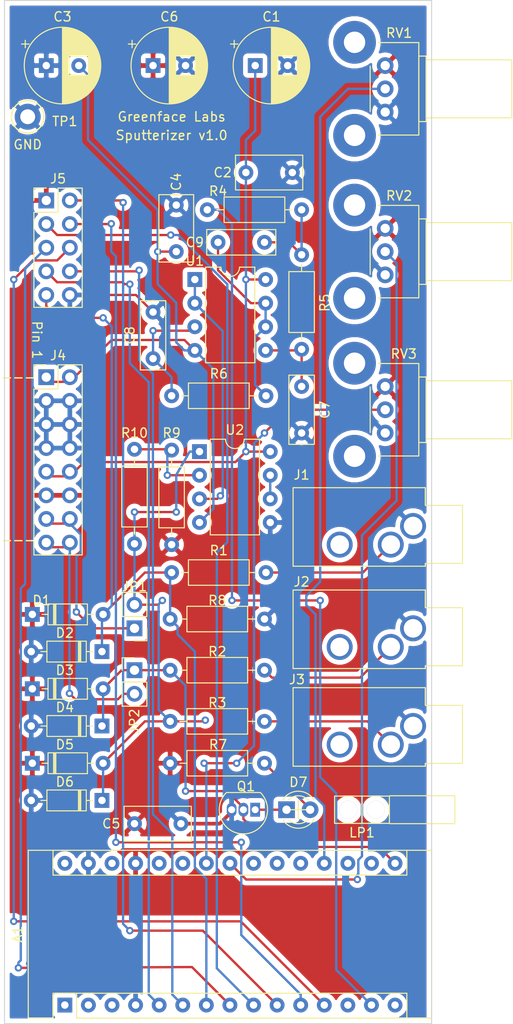
<source format=kicad_pcb>
(kicad_pcb (version 20171130) (host pcbnew "(5.1.2)-1")
  (layers (0 F.Cu signal) (31 B.Cu signal) (34 B.Paste user hide) (35 F.Paste user hide) (36 B.SilkS user) (37 F.SilkS user) (38 B.Mask user hide) (39 F.Mask user hide) (44 Edge.Cuts user))
  (net 0 "")
  (net 1 "Net-(A1-Pad1)")
  (net 2 "Net-(A1-Pad17)")
  (net 3 "Net-(A1-Pad2)")
  (net 4 "Net-(A1-Pad18)")
  (net 5 "Net-(A1-Pad3)")
  (net 6 "Net-(A1-Pad19)")
  (net 7 GND)
  (net 8 "Net-(A1-Pad20)")
  (net 9 "Net-(A1-Pad5)")
  (net 10 "Net-(A1-Pad21)")
  (net 11 "Net-(A1-Pad6)")
  (net 12 "Net-(A1-Pad22)")
  (net 13 "Net-(A1-Pad7)")
  (net 14 "Net-(A1-Pad23)")
  (net 15 "Net-(A1-Pad8)")
  (net 16 "Net-(A1-Pad24)")
  (net 17 "Net-(A1-Pad9)")
  (net 18 "Net-(A1-Pad25)")
  (net 19 "Net-(A1-Pad10)")
  (net 20 "Net-(A1-Pad26)")
  (net 21 "Net-(A1-Pad11)")
  (net 22 +5V)
  (net 23 "Net-(A1-Pad12)")
  (net 24 "Net-(A1-Pad28)")
  (net 25 "Net-(A1-Pad13)")
  (net 26 "Net-(A1-Pad14)")
  (net 27 "Net-(A1-Pad30)")
  (net 28 "Net-(A1-Pad15)")
  (net 29 "Net-(A1-Pad16)")
  (net 30 +12V)
  (net 31 -12V)
  (net 32 "Net-(C7-Pad1)")
  (net 33 "Net-(C8-Pad1)")
  (net 34 "Net-(C9-Pad1)")
  (net 35 "Net-(C9-Pad2)")
  (net 36 "Net-(D5-Pad2)")
  (net 37 "Net-(D7-Pad1)")
  (net 38 "Net-(D7-Pad2)")
  (net 39 "Net-(J1-PadT)")
  (net 40 "Net-(J2-PadT)")
  (net 41 "Net-(J3-PadT)")
  (net 42 /CV)
  (net 43 /Gate)
  (net 44 "Net-(R10-Pad1)")
  (net 45 "Net-(U1-Pad1)")
  (net 46 "Net-(U2-Pad6)")
  (module Connector_PinHeader_2.54mm:PinHeader_2x05_P2.54mm_Vertical (layer F.Cu) (at 53.5 86.5)
    (fp_text reference J5 (at 1.27 -2.33) (layer F.SilkS))
    (fp_text value Conn_02x05_Odd_Even)
    (pad 1 thru_hole rect (at 0 0) (size 1.7 1.7) (drill 1) (layers *.Cu *.Mask) (net 22 +5V))
    (pad 2 thru_hole oval (at 2.54 0) (size 1.7 1.7) (drill 1) (layers *.Cu *.Mask) (net 19 "Net-(A1-Pad10)"))
    (pad 3 thru_hole oval (at 0 2.54) (size 1.7 1.7) (drill 1) (layers *.Cu *.Mask) (net 17 "Net-(A1-Pad9)"))
    (pad 4 thru_hole oval (at 2.54 2.54) (size 1.7 1.7) (drill 1) (layers *.Cu *.Mask) (net 21 "Net-(A1-Pad11)"))
    (pad 5 thru_hole oval (at 0 5.08) (size 1.7 1.7) (drill 1) (layers *.Cu *.Mask) (net 15 "Net-(A1-Pad8)"))
    (pad 6 thru_hole oval (at 2.54 5.08) (size 1.7 1.7) (drill 1) (layers *.Cu *.Mask) (net 23 "Net-(A1-Pad12)"))
    (pad 7 thru_hole oval (at 0 7.62) (size 1.7 1.7) (drill 1) (layers *.Cu *.Mask) (net 9 "Net-(A1-Pad5)"))
    (pad 8 thru_hole oval (at 2.54 7.62) (size 1.7 1.7) (drill 1) (layers *.Cu *.Mask) (net 11 "Net-(A1-Pad6)"))
    (pad 9 thru_hole oval (at 0 10.16) (size 1.7 1.7) (drill 1) (layers *.Cu *.Mask) (net 13 "Net-(A1-Pad7)"))
    (pad 10 thru_hole oval (at 2.54 10.16) (size 1.7 1.7) (drill 1) (layers *.Cu *.Mask) (net 7 GND))
  )
  (module Module:Arduino_Nano (layer F.Cu) (at 55.5 173 90)
    (fp_text reference A1 (at 7.62 -5.08 90) (layer F.SilkS))
    (fp_text value Arduino_Nano_v3.x)
    (pad 1 thru_hole rect (at 0 0 90) (size 1.6 1.6) (drill 0.8) (layers *.Cu *.Mask) (net 1 "Net-(A1-Pad1)"))
    (pad 17 thru_hole oval (at 15.24 33.02 90) (size 1.6 1.6) (drill 0.8) (layers *.Cu *.Mask) (net 2 "Net-(A1-Pad17)"))
    (pad 2 thru_hole oval (at 0 2.54 90) (size 1.6 1.6) (drill 0.8) (layers *.Cu *.Mask) (net 3 "Net-(A1-Pad2)"))
    (pad 18 thru_hole oval (at 15.24 30.48 90) (size 1.6 1.6) (drill 0.8) (layers *.Cu *.Mask) (net 4 "Net-(A1-Pad18)"))
    (pad 3 thru_hole oval (at 0 5.08 90) (size 1.6 1.6) (drill 0.8) (layers *.Cu *.Mask) (net 5 "Net-(A1-Pad3)"))
    (pad 19 thru_hole oval (at 15.24 27.94 90) (size 1.6 1.6) (drill 0.8) (layers *.Cu *.Mask) (net 6 "Net-(A1-Pad19)"))
    (pad 4 thru_hole oval (at 0 7.62 90) (size 1.6 1.6) (drill 0.8) (layers *.Cu *.Mask) (net 7 GND))
    (pad 20 thru_hole oval (at 15.24 25.4 90) (size 1.6 1.6) (drill 0.8) (layers *.Cu *.Mask) (net 8 "Net-(A1-Pad20)"))
    (pad 5 thru_hole oval (at 0 10.16 90) (size 1.6 1.6) (drill 0.8) (layers *.Cu *.Mask) (net 9 "Net-(A1-Pad5)"))
    (pad 21 thru_hole oval (at 15.24 22.86 90) (size 1.6 1.6) (drill 0.8) (layers *.Cu *.Mask) (net 10 "Net-(A1-Pad21)"))
    (pad 6 thru_hole oval (at 0 12.7 90) (size 1.6 1.6) (drill 0.8) (layers *.Cu *.Mask) (net 11 "Net-(A1-Pad6)"))
    (pad 22 thru_hole oval (at 15.24 20.32 90) (size 1.6 1.6) (drill 0.8) (layers *.Cu *.Mask) (net 12 "Net-(A1-Pad22)"))
    (pad 7 thru_hole oval (at 0 15.24 90) (size 1.6 1.6) (drill 0.8) (layers *.Cu *.Mask) (net 13 "Net-(A1-Pad7)"))
    (pad 23 thru_hole oval (at 15.24 17.78 90) (size 1.6 1.6) (drill 0.8) (layers *.Cu *.Mask) (net 14 "Net-(A1-Pad23)"))
    (pad 8 thru_hole oval (at 0 17.78 90) (size 1.6 1.6) (drill 0.8) (layers *.Cu *.Mask) (net 15 "Net-(A1-Pad8)"))
    (pad 24 thru_hole oval (at 15.24 15.24 90) (size 1.6 1.6) (drill 0.8) (layers *.Cu *.Mask) (net 16 "Net-(A1-Pad24)"))
    (pad 9 thru_hole oval (at 0 20.32 90) (size 1.6 1.6) (drill 0.8) (layers *.Cu *.Mask) (net 17 "Net-(A1-Pad9)"))
    (pad 25 thru_hole oval (at 15.24 12.7 90) (size 1.6 1.6) (drill 0.8) (layers *.Cu *.Mask) (net 18 "Net-(A1-Pad25)"))
    (pad 10 thru_hole oval (at 0 22.86 90) (size 1.6 1.6) (drill 0.8) (layers *.Cu *.Mask) (net 19 "Net-(A1-Pad10)"))
    (pad 26 thru_hole oval (at 15.24 10.16 90) (size 1.6 1.6) (drill 0.8) (layers *.Cu *.Mask) (net 20 "Net-(A1-Pad26)"))
    (pad 11 thru_hole oval (at 0 25.4 90) (size 1.6 1.6) (drill 0.8) (layers *.Cu *.Mask) (net 21 "Net-(A1-Pad11)"))
    (pad 27 thru_hole oval (at 15.24 7.62 90) (size 1.6 1.6) (drill 0.8) (layers *.Cu *.Mask) (net 22 +5V))
    (pad 12 thru_hole oval (at 0 27.94 90) (size 1.6 1.6) (drill 0.8) (layers *.Cu *.Mask) (net 23 "Net-(A1-Pad12)"))
    (pad 28 thru_hole oval (at 15.24 5.08 90) (size 1.6 1.6) (drill 0.8) (layers *.Cu *.Mask) (net 24 "Net-(A1-Pad28)"))
    (pad 13 thru_hole oval (at 0 30.48 90) (size 1.6 1.6) (drill 0.8) (layers *.Cu *.Mask) (net 25 "Net-(A1-Pad13)"))
    (pad 29 thru_hole oval (at 15.24 2.54 90) (size 1.6 1.6) (drill 0.8) (layers *.Cu *.Mask) (net 7 GND))
    (pad 14 thru_hole oval (at 0 33.02 90) (size 1.6 1.6) (drill 0.8) (layers *.Cu *.Mask) (net 26 "Net-(A1-Pad14)"))
    (pad 30 thru_hole oval (at 15.24 0 90) (size 1.6 1.6) (drill 0.8) (layers *.Cu *.Mask) (net 27 "Net-(A1-Pad30)"))
    (pad 15 thru_hole oval (at 0 35.56 90) (size 1.6 1.6) (drill 0.8) (layers *.Cu *.Mask) (net 28 "Net-(A1-Pad15)"))
    (pad 16 thru_hole oval (at 15.24 35.56 90) (size 1.6 1.6) (drill 0.8) (layers *.Cu *.Mask) (net 29 "Net-(A1-Pad16)"))
  )
  (module Capacitor_THT:CP_Radial_D8.0mm_P3.50mm (layer F.Cu) (at 76 72)
    (fp_text reference C1 (at 1.75 -5.25) (layer F.SilkS))
    (fp_text value 100uF)
    (pad 2 thru_hole circle (at 3.5 0) (size 1.6 1.6) (drill 0.8) (layers *.Cu *.Mask) (net 7 GND))
    (pad 1 thru_hole rect (at 0 0) (size 1.6 1.6) (drill 0.8) (layers *.Cu *.Mask) (net 30 +12V))
  )
  (module Capacitor_THT:C_Rect_L7.0mm_W3.5mm_P5.00mm (layer F.Cu) (at 75 83.5)
    (fp_text reference C2 (at -2.5 0) (layer F.SilkS))
    (fp_text value 100nF)
    (pad 1 thru_hole circle (at 0 0) (size 1.6 1.6) (drill 0.8) (layers *.Cu *.Mask) (net 30 +12V))
    (pad 2 thru_hole circle (at 5 0) (size 1.6 1.6) (drill 0.8) (layers *.Cu *.Mask) (net 7 GND))
  )
  (module Capacitor_THT:CP_Radial_D8.0mm_P3.50mm (layer F.Cu) (at 53.5 72)
    (fp_text reference C3 (at 1.75 -5.25) (layer F.SilkS))
    (fp_text value 100uF)
    (pad 1 thru_hole rect (at 0 0) (size 1.6 1.6) (drill 0.8) (layers *.Cu *.Mask) (net 7 GND))
    (pad 2 thru_hole circle (at 3.5 0) (size 1.6 1.6) (drill 0.8) (layers *.Cu *.Mask) (net 31 -12V))
  )
  (module Capacitor_THT:C_Rect_L7.0mm_W3.5mm_P5.00mm (layer F.Cu) (at 67.5 87 270)
    (fp_text reference C4 (at -2.5 0 90) (layer F.SilkS))
    (fp_text value 100nF)
    (pad 1 thru_hole circle (at 0 0 270) (size 1.6 1.6) (drill 0.8) (layers *.Cu *.Mask) (net 7 GND))
    (pad 2 thru_hole circle (at 5 0 270) (size 1.6 1.6) (drill 0.8) (layers *.Cu *.Mask) (net 31 -12V))
  )
  (module Capacitor_THT:C_Rect_L7.0mm_W3.5mm_P5.00mm (layer F.Cu) (at 63 153.5)
    (fp_text reference C5 (at -2.5 0) (layer F.SilkS))
    (fp_text value 100nF)
    (pad 2 thru_hole circle (at 5 0) (size 1.6 1.6) (drill 0.8) (layers *.Cu *.Mask) (net 7 GND))
    (pad 1 thru_hole circle (at 0 0) (size 1.6 1.6) (drill 0.8) (layers *.Cu *.Mask) (net 22 +5V))
  )
  (module Capacitor_THT:CP_Radial_D8.0mm_P3.50mm (layer F.Cu) (at 65 72)
    (fp_text reference C6 (at 1.75 -5.25) (layer F.SilkS))
    (fp_text value 100uF)
    (pad 1 thru_hole rect (at 0 0) (size 1.6 1.6) (drill 0.8) (layers *.Cu *.Mask) (net 22 +5V))
    (pad 2 thru_hole circle (at 3.5 0) (size 1.6 1.6) (drill 0.8) (layers *.Cu *.Mask) (net 7 GND))
  )
  (module Capacitor_THT:C_Rect_L7.2mm_W2.5mm_P5.00mm_FKS2_FKP2_MKS2_MKP2 (layer F.Cu) (at 81 106.5 270)
    (fp_text reference C7 (at 2.5 -2.5 90) (layer F.SilkS))
    (fp_text value 10nF)
    (pad 1 thru_hole circle (at 0 0 270) (size 1.6 1.6) (drill 0.8) (layers *.Cu *.Mask) (net 32 "Net-(C7-Pad1)"))
    (pad 2 thru_hole circle (at 5 0 270) (size 1.6 1.6) (drill 0.8) (layers *.Cu *.Mask) (net 7 GND))
  )
  (module Capacitor_THT:C_Rect_L7.2mm_W2.5mm_P5.00mm_FKS2_FKP2_MKS2_MKP2 (layer F.Cu) (at 65 103.5 90)
    (fp_text reference C8 (at 2.5 -2.5 90) (layer F.SilkS))
    (fp_text value 100nF)
    (pad 2 thru_hole circle (at 5 0 90) (size 1.6 1.6) (drill 0.8) (layers *.Cu *.Mask) (net 7 GND))
    (pad 1 thru_hole circle (at 0 0 90) (size 1.6 1.6) (drill 0.8) (layers *.Cu *.Mask) (net 33 "Net-(C8-Pad1)"))
  )
  (module Capacitor_THT:C_Rect_L7.2mm_W2.5mm_P5.00mm_FKS2_FKP2_MKS2_MKP2 (layer F.Cu) (at 72 91)
    (fp_text reference C9 (at -2.5 0) (layer F.SilkS))
    (fp_text value 100nF)
    (pad 1 thru_hole circle (at 0 0) (size 1.6 1.6) (drill 0.8) (layers *.Cu *.Mask) (net 34 "Net-(C9-Pad1)"))
    (pad 2 thru_hole circle (at 5 0) (size 1.6 1.6) (drill 0.8) (layers *.Cu *.Mask) (net 35 "Net-(C9-Pad2)"))
  )
  (module Diode_THT:D_DO-35_SOD27_P7.62mm_Horizontal (layer F.Cu) (at 52 131)
    (fp_text reference D1 (at 1 -1.5) (layer F.SilkS))
    (fp_text value 1N4148)
    (pad 2 thru_hole oval (at 7.62 0) (size 1.6 1.6) (drill 0.8) (layers *.Cu *.Mask) (net 13 "Net-(A1-Pad7)"))
    (pad 1 thru_hole rect (at 0 0) (size 1.6 1.6) (drill 0.8) (layers *.Cu *.Mask) (net 22 +5V))
  )
  (module Diode_THT:D_DO-35_SOD27_P7.62mm_Horizontal (layer F.Cu) (at 59.5 135 180)
    (fp_text reference D2 (at 4 2) (layer F.SilkS))
    (fp_text value 1N4148)
    (pad 1 thru_hole rect (at 0 0 180) (size 1.6 1.6) (drill 0.8) (layers *.Cu *.Mask) (net 13 "Net-(A1-Pad7)"))
    (pad 2 thru_hole oval (at 7.62 0 180) (size 1.6 1.6) (drill 0.8) (layers *.Cu *.Mask) (net 7 GND))
  )
  (module Diode_THT:D_DO-35_SOD27_P7.62mm_Horizontal (layer F.Cu) (at 52 139)
    (fp_text reference D3 (at 3.5 -2) (layer F.SilkS))
    (fp_text value 1N4148)
    (pad 1 thru_hole rect (at 0 0) (size 1.6 1.6) (drill 0.8) (layers *.Cu *.Mask) (net 22 +5V))
    (pad 2 thru_hole oval (at 7.62 0) (size 1.6 1.6) (drill 0.8) (layers *.Cu *.Mask) (net 29 "Net-(A1-Pad16)"))
  )
  (module Diode_THT:D_DO-35_SOD27_P7.62mm_Horizontal (layer F.Cu) (at 59.5 143 180)
    (fp_text reference D4 (at 4 2) (layer F.SilkS))
    (fp_text value 1N4148)
    (pad 2 thru_hole oval (at 7.62 0 180) (size 1.6 1.6) (drill 0.8) (layers *.Cu *.Mask) (net 7 GND))
    (pad 1 thru_hole rect (at 0 0 180) (size 1.6 1.6) (drill 0.8) (layers *.Cu *.Mask) (net 29 "Net-(A1-Pad16)"))
  )
  (module Diode_THT:D_DO-35_SOD27_P7.62mm_Horizontal (layer F.Cu) (at 52 147)
    (fp_text reference D5 (at 3.5 -2) (layer F.SilkS))
    (fp_text value 1N4148)
    (pad 2 thru_hole oval (at 7.62 0) (size 1.6 1.6) (drill 0.8) (layers *.Cu *.Mask) (net 36 "Net-(D5-Pad2)"))
    (pad 1 thru_hole rect (at 0 0) (size 1.6 1.6) (drill 0.8) (layers *.Cu *.Mask) (net 22 +5V))
  )
  (module Diode_THT:D_DO-35_SOD27_P7.62mm_Horizontal (layer F.Cu) (at 59.5 151 180)
    (fp_text reference D6 (at 4 2) (layer F.SilkS))
    (fp_text value 1N4148)
    (pad 1 thru_hole rect (at 0 0 180) (size 1.6 1.6) (drill 0.8) (layers *.Cu *.Mask) (net 36 "Net-(D5-Pad2)"))
    (pad 2 thru_hole oval (at 7.62 0 180) (size 1.6 1.6) (drill 0.8) (layers *.Cu *.Mask) (net 7 GND))
  )
  (module LED_THT:LED_D3.0mm (layer F.Cu) (at 79.375 152)
    (fp_text reference D7 (at 1.27 -2.96) (layer F.SilkS))
    (fp_text value LED)
    (pad 1 thru_hole rect (at 0 0) (size 1.8 1.8) (drill 0.9) (layers *.Cu *.Mask) (net 37 "Net-(D7-Pad1)"))
    (pad 2 thru_hole circle (at 2.54 0) (size 1.8 1.8) (drill 0.9) (layers *.Cu *.Mask) (net 38 "Net-(D7-Pad2)"))
  )
  (module Connector_Audio:Jack_3.5mm_CUI_SJ1-3533NG_Horizontal_CircularHoles (layer F.Cu) (at 93 121.5 270)
    (fp_text reference J1 (at -5.5 12 180) (layer F.SilkS))
    (fp_text value AudioJack2)
    (pad S thru_hole circle (at 0 0 270) (size 2.8 2.8) (drill 2) (layers *.Cu *.Mask) (net 7 GND))
    (pad T thru_hole circle (at 2 2.4 270) (size 2.8 2.8) (drill 2) (layers *.Cu *.Mask) (net 39 "Net-(J1-PadT)"))
    (pad R thru_hole circle (at 2 7.9 270) (size 2.8 2.8) (drill 2) (layers *.Cu *.Mask))
  )
  (module Connector_Audio:Jack_3.5mm_CUI_SJ1-3533NG_Horizontal_CircularHoles (layer F.Cu) (at 93 132.5 270)
    (fp_text reference J2 (at -5 12 180) (layer F.SilkS))
    (fp_text value AudioJack2)
    (pad S thru_hole circle (at 0 0 270) (size 2.8 2.8) (drill 2) (layers *.Cu *.Mask) (net 7 GND))
    (pad T thru_hole circle (at 2 2.4 270) (size 2.8 2.8) (drill 2) (layers *.Cu *.Mask) (net 40 "Net-(J2-PadT)"))
    (pad R thru_hole circle (at 2 7.9 270) (size 2.8 2.8) (drill 2) (layers *.Cu *.Mask))
  )
  (module Connector_Audio:Jack_3.5mm_CUI_SJ1-3533NG_Horizontal_CircularHoles (layer F.Cu) (at 93 143 270)
    (fp_text reference J3 (at -5 12.5 180) (layer F.SilkS))
    (fp_text value AudioJack2)
    (pad R thru_hole circle (at 2 7.9 270) (size 2.8 2.8) (drill 2) (layers *.Cu *.Mask))
    (pad T thru_hole circle (at 2 2.4 270) (size 2.8 2.8) (drill 2) (layers *.Cu *.Mask) (net 41 "Net-(J3-PadT)"))
    (pad S thru_hole circle (at 0 0 270) (size 2.8 2.8) (drill 2) (layers *.Cu *.Mask) (net 7 GND))
  )
  (module Connector_PinHeader_2.54mm:PinHeader_2x08_P2.54mm_Vertical (layer F.Cu) (at 53.5 105.5)
    (fp_text reference J4 (at 1.27 -2.33) (layer F.SilkS))
    (fp_text value "2X8 Header")
    (pad 1 thru_hole rect (at 0 0) (size 1.7 1.7) (drill 1) (layers *.Cu *.Mask) (net 31 -12V))
    (pad 2 thru_hole oval (at 2.54 0) (size 1.7 1.7) (drill 1) (layers *.Cu *.Mask) (net 31 -12V))
    (pad 3 thru_hole oval (at 0 2.54) (size 1.7 1.7) (drill 1) (layers *.Cu *.Mask) (net 7 GND))
    (pad 4 thru_hole oval (at 2.54 2.54) (size 1.7 1.7) (drill 1) (layers *.Cu *.Mask) (net 7 GND))
    (pad 5 thru_hole oval (at 0 5.08) (size 1.7 1.7) (drill 1) (layers *.Cu *.Mask) (net 7 GND))
    (pad 6 thru_hole oval (at 2.54 5.08) (size 1.7 1.7) (drill 1) (layers *.Cu *.Mask) (net 7 GND))
    (pad 7 thru_hole oval (at 0 7.62) (size 1.7 1.7) (drill 1) (layers *.Cu *.Mask) (net 7 GND))
    (pad 8 thru_hole oval (at 2.54 7.62) (size 1.7 1.7) (drill 1) (layers *.Cu *.Mask) (net 7 GND))
    (pad 9 thru_hole oval (at 0 10.16) (size 1.7 1.7) (drill 1) (layers *.Cu *.Mask) (net 30 +12V))
    (pad 10 thru_hole oval (at 2.54 10.16) (size 1.7 1.7) (drill 1) (layers *.Cu *.Mask) (net 30 +12V))
    (pad 11 thru_hole oval (at 0 12.7) (size 1.7 1.7) (drill 1) (layers *.Cu *.Mask) (net 22 +5V))
    (pad 12 thru_hole oval (at 2.54 12.7) (size 1.7 1.7) (drill 1) (layers *.Cu *.Mask) (net 22 +5V))
    (pad 13 thru_hole oval (at 0 15.24) (size 1.7 1.7) (drill 1) (layers *.Cu *.Mask) (net 42 /CV))
    (pad 14 thru_hole oval (at 2.54 15.24) (size 1.7 1.7) (drill 1) (layers *.Cu *.Mask) (net 42 /CV))
    (pad 15 thru_hole oval (at 0 17.78) (size 1.7 1.7) (drill 1) (layers *.Cu *.Mask) (net 43 /Gate))
    (pad 16 thru_hole oval (at 2.54 17.78) (size 1.7 1.7) (drill 1) (layers *.Cu *.Mask) (net 43 /Gate))
  )
  (module Package_TO_SOT_THT:TO-92_Inline (layer F.Cu) (at 76 152 180)
    (fp_text reference Q1 (at 1 2.5) (layer F.SilkS))
    (fp_text value BS170)
    (pad 2 thru_hole oval (at 1.27 0 180) (size 1.05 1.5) (drill 0.75) (layers *.Cu *.Mask) (net 29 "Net-(A1-Pad16)"))
    (pad 3 thru_hole oval (at 2.54 0 180) (size 1.05 1.5) (drill 0.75) (layers *.Cu *.Mask) (net 7 GND))
    (pad 1 thru_hole rect (at 0 0 180) (size 1.05 1.5) (drill 0.75) (layers *.Cu *.Mask) (net 37 "Net-(D7-Pad1)"))
  )
  (module Resistor_THT:R_Axial_DIN0207_L6.3mm_D2.5mm_P10.16mm_Horizontal (layer F.Cu) (at 67 126.5)
    (fp_text reference R1 (at 5.08 -2.37) (layer F.SilkS))
    (fp_text value 470)
    (pad 1 thru_hole circle (at 0 0) (size 1.6 1.6) (drill 0.8) (layers *.Cu *.Mask) (net 13 "Net-(A1-Pad7)"))
    (pad 2 thru_hole oval (at 10.16 0) (size 1.6 1.6) (drill 0.8) (layers *.Cu *.Mask) (net 39 "Net-(J1-PadT)"))
  )
  (module Resistor_THT:R_Axial_DIN0207_L6.3mm_D2.5mm_P10.16mm_Horizontal (layer F.Cu) (at 77 137 180)
    (fp_text reference R2 (at 5.08 2) (layer F.SilkS))
    (fp_text value 470)
    (pad 2 thru_hole oval (at 10.16 0 180) (size 1.6 1.6) (drill 0.8) (layers *.Cu *.Mask) (net 29 "Net-(A1-Pad16)"))
    (pad 1 thru_hole circle (at 0 0 180) (size 1.6 1.6) (drill 0.8) (layers *.Cu *.Mask) (net 40 "Net-(J2-PadT)"))
  )
  (module Resistor_THT:R_Axial_DIN0207_L6.3mm_D2.5mm_P10.16mm_Horizontal (layer F.Cu) (at 77 142.5 180)
    (fp_text reference R3 (at 5.08 2) (layer F.SilkS))
    (fp_text value 470)
    (pad 1 thru_hole circle (at 0 0 180) (size 1.6 1.6) (drill 0.8) (layers *.Cu *.Mask) (net 41 "Net-(J3-PadT)"))
    (pad 2 thru_hole oval (at 10.16 0 180) (size 1.6 1.6) (drill 0.8) (layers *.Cu *.Mask) (net 36 "Net-(D5-Pad2)"))
  )
  (module Resistor_THT:R_Axial_DIN0207_L6.3mm_D2.5mm_P10.16mm_Horizontal (layer F.Cu) (at 81 87.5 180)
    (fp_text reference R4 (at 9 2) (layer F.SilkS))
    (fp_text value 17.8K)
    (pad 1 thru_hole circle (at 0 0 180) (size 1.6 1.6) (drill 0.8) (layers *.Cu *.Mask) (net 35 "Net-(C9-Pad2)"))
    (pad 2 thru_hole oval (at 10.16 0 180) (size 1.6 1.6) (drill 0.8) (layers *.Cu *.Mask) (net 26 "Net-(A1-Pad14)"))
  )
  (module Resistor_THT:R_Axial_DIN0207_L6.3mm_D2.5mm_P10.16mm_Horizontal (layer F.Cu) (at 81 102.5 90)
    (fp_text reference R5 (at 5 2.5 90) (layer F.SilkS))
    (fp_text value 140K)
    (pad 2 thru_hole oval (at 10.16 0 90) (size 1.6 1.6) (drill 0.8) (layers *.Cu *.Mask) (net 35 "Net-(C9-Pad2)"))
    (pad 1 thru_hole circle (at 0 0 90) (size 1.6 1.6) (drill 0.8) (layers *.Cu *.Mask) (net 32 "Net-(C7-Pad1)"))
  )
  (module Resistor_THT:R_Axial_DIN0207_L6.3mm_D2.5mm_P10.16mm_Horizontal (layer F.Cu) (at 67 107.5)
    (fp_text reference R6 (at 5.08 -2.37) (layer F.SilkS))
    (fp_text value 15.8K)
    (pad 2 thru_hole oval (at 10.16 0) (size 1.6 1.6) (drill 0.8) (layers *.Cu *.Mask) (net 34 "Net-(C9-Pad1)"))
    (pad 1 thru_hole circle (at 0 0) (size 1.6 1.6) (drill 0.8) (layers *.Cu *.Mask) (net 33 "Net-(C8-Pad1)"))
  )
  (module Resistor_THT:R_Axial_DIN0207_L6.3mm_D2.5mm_P10.16mm_Horizontal (layer F.Cu) (at 77 147 180)
    (fp_text reference R7 (at 5 2) (layer F.SilkS))
    (fp_text value 1K)
    (pad 2 thru_hole oval (at 10.16 0 180) (size 1.6 1.6) (drill 0.8) (layers *.Cu *.Mask) (net 22 +5V))
    (pad 1 thru_hole circle (at 0 0 180) (size 1.6 1.6) (drill 0.8) (layers *.Cu *.Mask) (net 38 "Net-(D7-Pad2)"))
  )
  (module Resistor_THT:R_Axial_DIN0207_L6.3mm_D2.5mm_P10.16mm_Horizontal (layer F.Cu) (at 77 131.5 180)
    (fp_text reference R8 (at 5.08 2) (layer F.SilkS))
    (fp_text value 10K)
    (pad 1 thru_hole circle (at 0 0 180) (size 1.6 1.6) (drill 0.8) (layers *.Cu *.Mask) (net 7 GND))
    (pad 2 thru_hole oval (at 10.16 0 180) (size 1.6 1.6) (drill 0.8) (layers *.Cu *.Mask) (net 13 "Net-(A1-Pad7)"))
  )
  (module Potentiometer_THT:Potentiometer_Bourns_PTV09A-2_Single_Horizontal (layer F.Cu) (at 90 77)
    (fp_text reference RV1 (at 1.5 -8.5) (layer F.SilkS))
    (fp_text value 10K)
    (pad 3 thru_hole circle (at 0 -5) (size 1.8 1.8) (drill 1) (layers *.Cu *.Mask) (net 22 +5V))
    (pad 2 thru_hole circle (at 0 -2.5) (size 1.8 1.8) (drill 1) (layers *.Cu *.Mask) (net 6 "Net-(A1-Pad19)"))
    (pad 1 thru_hole circle (at 0 0) (size 1.8 1.8) (drill 1) (layers *.Cu *.Mask) (net 7 GND))
    (pad "" thru_hole circle (at -3.3 -7.5) (size 4.6 4.6) (drill 2.3) (layers *.Cu *.Mask))
    (pad "" thru_hole circle (at -3.3 2.5) (size 4.6 4.6) (drill 2.3) (layers *.Cu *.Mask))
  )
  (module Potentiometer_THT:Potentiometer_Bourns_PTV09A-2_Single_Horizontal (layer F.Cu) (at 90 94.5)
    (fp_text reference RV2 (at 1.5 -8.5) (layer F.SilkS))
    (fp_text value 10K)
    (pad "" thru_hole circle (at -3.3 2.5) (size 4.6 4.6) (drill 2.3) (layers *.Cu *.Mask))
    (pad "" thru_hole circle (at -3.3 -7.5) (size 4.6 4.6) (drill 2.3) (layers *.Cu *.Mask))
    (pad 1 thru_hole circle (at 0 0) (size 1.8 1.8) (drill 1) (layers *.Cu *.Mask) (net 7 GND))
    (pad 2 thru_hole circle (at 0 -2.5) (size 1.8 1.8) (drill 1) (layers *.Cu *.Mask) (net 14 "Net-(A1-Pad23)"))
    (pad 3 thru_hole circle (at 0 -5) (size 1.8 1.8) (drill 1) (layers *.Cu *.Mask) (net 22 +5V))
  )
  (module Potentiometer_THT:Potentiometer_Bourns_PTV09A-2_Single_Horizontal (layer F.Cu) (at 90 111.5)
    (fp_text reference RV3 (at 2 -8.5) (layer F.SilkS))
    (fp_text value 10K)
    (pad 3 thru_hole circle (at 0 -5) (size 1.8 1.8) (drill 1) (layers *.Cu *.Mask) (net 22 +5V))
    (pad 2 thru_hole circle (at 0 -2.5) (size 1.8 1.8) (drill 1) (layers *.Cu *.Mask) (net 16 "Net-(A1-Pad24)"))
    (pad 1 thru_hole circle (at 0 0) (size 1.8 1.8) (drill 1) (layers *.Cu *.Mask) (net 7 GND))
    (pad "" thru_hole circle (at -3.3 -7.5) (size 4.6 4.6) (drill 2.3) (layers *.Cu *.Mask))
    (pad "" thru_hole circle (at -3.3 2.5) (size 4.6 4.6) (drill 2.3) (layers *.Cu *.Mask))
  )
  (module sputterer:LightPipe (layer F.Cu) (at 87.5 152)
    (fp_text reference LP1 (at 0 2.465) (layer F.SilkS))
    (fp_text value LightPipe)
    (pad 1 thru_hole circle (at -1.485 0) (size 1.93 1.93) (drill 1.93) (layers *.Cu *.Mask))
    (pad 2 thru_hole circle (at 1.485 0) (size 1.93 1.93) (drill 1.93) (layers *.Cu *.Mask))
  )
  (module Package_DIP:DIP-8_W7.62mm (layer F.Cu) (at 69.5 95)
    (fp_text reference U1 (at 0 -2) (layer F.SilkS))
    (fp_text value NE5532)
    (pad 1 thru_hole rect (at 0 0) (size 1.6 1.6) (drill 0.8) (layers *.Cu *.Mask) (net 45 "Net-(U1-Pad1)"))
    (pad 5 thru_hole oval (at 7.62 7.62) (size 1.6 1.6) (drill 0.8) (layers *.Cu *.Mask) (net 32 "Net-(C7-Pad1)"))
    (pad 2 thru_hole oval (at 0 2.54) (size 1.6 1.6) (drill 0.8) (layers *.Cu *.Mask) (net 45 "Net-(U1-Pad1)"))
    (pad 6 thru_hole oval (at 7.62 5.08) (size 1.6 1.6) (drill 0.8) (layers *.Cu *.Mask) (net 34 "Net-(C9-Pad1)"))
    (pad 3 thru_hole oval (at 0 5.08) (size 1.6 1.6) (drill 0.8) (layers *.Cu *.Mask) (net 33 "Net-(C8-Pad1)"))
    (pad 7 thru_hole oval (at 7.62 2.54) (size 1.6 1.6) (drill 0.8) (layers *.Cu *.Mask) (net 34 "Net-(C9-Pad1)"))
    (pad 4 thru_hole oval (at 0 7.62) (size 1.6 1.6) (drill 0.8) (layers *.Cu *.Mask) (net 31 -12V))
    (pad 8 thru_hole oval (at 7.62 0) (size 1.6 1.6) (drill 0.8) (layers *.Cu *.Mask) (net 30 +12V))
  )
  (module Connector_PinHeader_2.54mm:PinHeader_1x02_P2.54mm_Vertical (layer F.Cu) (at 63 132.5 180)
    (fp_text reference JP1 (at 0 4.5) (layer F.SilkS))
    (fp_text value Conn_01x02_Male)
    (pad 1 thru_hole rect (at 0 0 180) (size 1.7 1.7) (drill 1) (layers *.Cu *.Mask) (net 42 /CV))
    (pad 2 thru_hole oval (at 0 2.54 180) (size 1.7 1.7) (drill 1) (layers *.Cu *.Mask) (net 36 "Net-(D5-Pad2)"))
  )
  (module Connector_PinHeader_2.54mm:PinHeader_1x02_P2.54mm_Vertical (layer F.Cu) (at 63 137)
    (fp_text reference JP2 (at 0 5.5 270) (layer F.SilkS))
    (fp_text value Conn_01x02_Male)
    (pad 2 thru_hole oval (at 0 2.54) (size 1.7 1.7) (drill 1) (layers *.Cu *.Mask) (net 43 /Gate))
    (pad 1 thru_hole rect (at 0 0) (size 1.7 1.7) (drill 1) (layers *.Cu *.Mask) (net 29 "Net-(A1-Pad16)"))
  )
  (module Resistor_THT:R_Axial_DIN0207_L6.3mm_D2.5mm_P10.16mm_Horizontal (layer F.Cu) (at 67 123.5 90)
    (fp_text reference R9 (at 12 0 180) (layer F.SilkS))
    (fp_text value 10.0K)
    (pad 1 thru_hole circle (at 0 0 90) (size 1.6 1.6) (drill 0.8) (layers *.Cu *.Mask) (net 22 +5V))
    (pad 2 thru_hole oval (at 10.16 0 90) (size 1.6 1.6) (drill 0.8) (layers *.Cu *.Mask) (net 44 "Net-(R10-Pad1)"))
  )
  (module Resistor_THT:R_Axial_DIN0207_L6.3mm_D2.5mm_P10.16mm_Horizontal (layer F.Cu) (at 63 113.25 270)
    (fp_text reference R10 (at -1.75 0 180) (layer F.SilkS))
    (fp_text value 10.0K)
    (pad 2 thru_hole oval (at 10.16 0 270) (size 1.6 1.6) (drill 0.8) (layers *.Cu *.Mask) (net 36 "Net-(D5-Pad2)"))
    (pad 1 thru_hole circle (at 0 0 270) (size 1.6 1.6) (drill 0.8) (layers *.Cu *.Mask) (net 44 "Net-(R10-Pad1)"))
  )
  (module Package_DIP:DIP-8_W7.62mm (layer F.Cu) (at 70 113.5)
    (fp_text reference U2 (at 3.81 -2.33) (layer F.SilkS))
    (fp_text value NE5532)
    (pad 1 thru_hole rect (at 0 0) (size 1.6 1.6) (drill 0.8) (layers *.Cu *.Mask) (net 36 "Net-(D5-Pad2)"))
    (pad 5 thru_hole oval (at 7.62 7.62) (size 1.6 1.6) (drill 0.8) (layers *.Cu *.Mask) (net 7 GND))
    (pad 2 thru_hole oval (at 0 2.54) (size 1.6 1.6) (drill 0.8) (layers *.Cu *.Mask) (net 44 "Net-(R10-Pad1)"))
    (pad 6 thru_hole oval (at 7.62 5.08) (size 1.6 1.6) (drill 0.8) (layers *.Cu *.Mask) (net 46 "Net-(U2-Pad6)"))
    (pad 3 thru_hole oval (at 0 5.08) (size 1.6 1.6) (drill 0.8) (layers *.Cu *.Mask) (net 45 "Net-(U1-Pad1)"))
    (pad 7 thru_hole oval (at 7.62 2.54) (size 1.6 1.6) (drill 0.8) (layers *.Cu *.Mask) (net 46 "Net-(U2-Pad6)"))
    (pad 4 thru_hole oval (at 0 7.62) (size 1.6 1.6) (drill 0.8) (layers *.Cu *.Mask) (net 31 -12V))
    (pad 8 thru_hole oval (at 7.62 0) (size 1.6 1.6) (drill 0.8) (layers *.Cu *.Mask) (net 30 +12V))
  )
  (module TestPoint:TestPoint_Keystone_5005-5009_Compact (layer F.Cu) (at 51.5 77.5)
    (fp_text reference TP1 (at 4 0.5) (layer F.SilkS))
    (fp_text value TestPoint)
    (pad 1 thru_hole circle (at 0 0) (size 2.8 2.8) (drill 1.6) (layers *.Cu *.Mask) (net 7 GND))
  )
  (gr_text GND (at 51.5 80.5) (layer F.SilkS) (effects (font (size 1 1))))
  (gr_text --- (at 50.5 123) (layer F.SilkS) (effects (font (size 1 1))))
  (gr_text --- (at 50.5 105.5) (layer F.SilkS) (effects (font (size 1 1))))
  (gr_text "Pin 1" (at 52.5 101.5 270) (layer F.SilkS) (effects (font (size 1 1))))
  (gr_text "Sputterizer v1.0" (at 67 79.5) (layer F.SilkS) (effects (font (size 1 1))))
  (gr_text "Greenface Labs" (at 67 77.5) (layer F.SilkS) (effects (font (size 1 1))))
  (gr_line (start 95 175) (end 49 175) (layer Edge.Cuts) (width 0.1))
  (gr_line (start 95 65) (end 95 175) (layer Edge.Cuts) (width 0.1))
  (gr_line (start 49 65) (end 95 65) (layer Edge.Cuts) (width 0.1))
  (gr_line (start 49 175) (end 49 65) (layer Edge.Cuts) (width 0.1))
  (segment (start 86 74.5) (end 83 77.5) (width 0.25) (layer B.Cu) (net 6))
  (segment (start 90 74.5) (end 86 74.5) (width 0.25) (layer B.Cu) (net 6))
  (segment (start 83 77.5) (end 83 127) (width 0.25) (layer B.Cu) (net 6))
  (segment (start 83.44 151.586998) (end 82.5 150.646998) (width 0.25) (layer B.Cu) (net 6))
  (segment (start 83.44 157.76) (end 83.44 151.586998) (width 0.25) (layer B.Cu) (net 6))
  (segment (start 82.5 150.646998) (end 82.5 131) (width 0.25) (layer B.Cu) (net 6))
  (segment (start 82.5 131) (end 81.5 130) (width 0.25) (layer B.Cu) (net 6))
  (segment (start 81.5 130) (end 81.5 129) (width 0.25) (layer B.Cu) (net 6))
  (segment (start 81.5 129) (end 83 127.5) (width 0.25) (layer B.Cu) (net 6))
  (segment (start 83 127.5) (end 83 127) (width 0.25) (layer B.Cu) (net 6))
  (segment (start 63.16 96.66) (end 65 98.5) (width 0.25) (layer F.Cu) (net 7))
  (segment (start 56.04 96.66) (end 63.16 96.66) (width 0.25) (layer F.Cu) (net 7))
  (segment (start 73.46 152.225) (end 73.46 152) (width 0.25) (layer F.Cu) (net 7))
  (segment (start 72.185 153.5) (end 73.46 152.225) (width 0.4) (layer F.Cu) (net 7))
  (segment (start 68 153.5) (end 72.185 153.5) (width 0.4) (layer F.Cu) (net 7))
  (segment (start 64.534999 171.874999) (end 64.534999 107.034999) (width 0.25) (layer B.Cu) (net 9))
  (segment (start 65.66 173) (end 64.534999 171.874999) (width 0.25) (layer B.Cu) (net 9))
  (segment (start 64.534999 107.034999) (end 64.534999 106.034999) (width 0.25) (layer B.Cu) (net 9))
  (segment (start 64.534999 106.034999) (end 62.5 104) (width 0.25) (layer B.Cu) (net 9))
  (segment (start 62.5 104) (end 62.5 95.5) (width 0.25) (layer B.Cu) (net 9))
  (segment (start 62.5 95.5) (end 62.5 95.5) (width 0.25) (layer B.Cu) (net 9))
  (via (at 62.5 95.5) (size 0.8) (drill 0.4) (layers F.Cu B.Cu) (net 9))
  (segment (start 54.349999 94.969999) (end 53.5 94.12) (width 0.25) (layer F.Cu) (net 9))
  (segment (start 54.675001 95.295001) (end 54.349999 94.969999) (width 0.25) (layer F.Cu) (net 9))
  (segment (start 61.729316 95.295001) (end 54.675001 95.295001) (width 0.25) (layer F.Cu) (net 9))
  (segment (start 61.934315 95.5) (end 61.729316 95.295001) (width 0.25) (layer F.Cu) (net 9))
  (segment (start 62.5 95.5) (end 61.934315 95.5) (width 0.25) (layer F.Cu) (net 9))
  (segment (start 67.074999 171.874999) (end 67.074999 154.574999) (width 0.25) (layer B.Cu) (net 11))
  (segment (start 68.2 173) (end 67.074999 171.874999) (width 0.25) (layer B.Cu) (net 11))
  (segment (start 64.985009 152.485009) (end 64.985009 105.150011) (width 0.25) (layer B.Cu) (net 11))
  (segment (start 67.074999 154.574999) (end 64.985009 152.485009) (width 0.25) (layer B.Cu) (net 11))
  (segment (start 64.985009 105.150011) (end 63.5 103.665002) (width 0.25) (layer B.Cu) (net 11))
  (segment (start 63.5 103.665002) (end 63.5 94) (width 0.25) (layer B.Cu) (net 11))
  (segment (start 63.5 94) (end 63.5 94) (width 0.25) (layer B.Cu) (net 11))
  (via (at 63.5 94) (size 0.8) (drill 0.4) (layers F.Cu B.Cu) (net 11))
  (segment (start 63.38 94.12) (end 63.5 94) (width 0.25) (layer F.Cu) (net 11))
  (segment (start 56.04 94.12) (end 63.38 94.12) (width 0.25) (layer F.Cu) (net 11))
  (segment (start 70.74 159.425002) (end 69.5 158.185002) (width 0.25) (layer B.Cu) (net 13))
  (segment (start 70.74 173) (end 70.74 159.425002) (width 0.25) (layer B.Cu) (net 13))
  (segment (start 69.5 158.185002) (end 69.5 135) (width 0.25) (layer B.Cu) (net 13))
  (segment (start 69.5 135) (end 69.5 135) (width 0.25) (layer B.Cu) (net 13))
  (segment (start 59.5 131.12) (end 59.62 131) (width 0.25) (layer B.Cu) (net 13))
  (segment (start 59.5 135) (end 59.5 131.12) (width 0.25) (layer B.Cu) (net 13))
  (segment (start 64.12 126.5) (end 67 126.5) (width 0.25) (layer F.Cu) (net 13))
  (segment (start 59.62 131) (end 64.12 126.5) (width 0.25) (layer F.Cu) (net 13))
  (segment (start 67.639999 133.139999) (end 69.5 135) (width 0.25) (layer B.Cu) (net 13))
  (segment (start 67.639999 132.299999) (end 67.639999 133.139999) (width 0.25) (layer B.Cu) (net 13))
  (segment (start 66.84 131.5) (end 67.639999 132.299999) (width 0.25) (layer B.Cu) (net 13))
  (segment (start 66.84 126.66) (end 67 126.5) (width 0.25) (layer B.Cu) (net 13))
  (segment (start 66.84 131.5) (end 66.84 126.66) (width 0.25) (layer B.Cu) (net 13))
  (segment (start 59.62 99.12) (end 59.62 99.12) (width 0.25) (layer B.Cu) (net 13))
  (via (at 59.62 99.12) (size 0.8) (drill 0.4) (layers F.Cu B.Cu) (net 13))
  (segment (start 59.054315 99.12) (end 59.62 99.12) (width 0.25) (layer F.Cu) (net 13))
  (segment (start 54.757919 99.12) (end 59.054315 99.12) (width 0.25) (layer F.Cu) (net 13))
  (segment (start 53.5 97.862081) (end 54.757919 99.12) (width 0.25) (layer F.Cu) (net 13))
  (segment (start 53.5 96.66) (end 53.5 97.862081) (width 0.25) (layer F.Cu) (net 13))
  (segment (start 60.54999 130.07001) (end 59.62 131) (width 0.25) (layer B.Cu) (net 13))
  (segment (start 59.62 99.12) (end 60.54999 100.04999) (width 0.25) (layer B.Cu) (net 13))
  (segment (start 60.54999 100.04999) (end 60.54999 130.07001) (width 0.25) (layer B.Cu) (net 13))
  (segment (start 91.225001 93.225001) (end 91.225001 118.774999) (width 0.25) (layer B.Cu) (net 14))
  (segment (start 90 92) (end 91.225001 93.225001) (width 0.25) (layer B.Cu) (net 14))
  (segment (start 91.225001 118.774999) (end 87.5 122.5) (width 0.25) (layer B.Cu) (net 14))
  (segment (start 87.105001 157.394999) (end 87.105001 158.894999) (width 0.25) (layer B.Cu) (net 14))
  (segment (start 87.5 122.5) (end 87.5 157) (width 0.25) (layer B.Cu) (net 14))
  (segment (start 87.5 157) (end 87.105001 157.394999) (width 0.25) (layer B.Cu) (net 14))
  (segment (start 87.105001 158.894999) (end 87 159) (width 0.25) (layer B.Cu) (net 14))
  (segment (start 87 159) (end 87 159.5) (width 0.25) (layer B.Cu) (net 14))
  (segment (start 87 159.5) (end 87 159.5) (width 0.25) (layer B.Cu) (net 14))
  (via (at 87 159.5) (size 0.8) (drill 0.4) (layers F.Cu B.Cu) (net 14))
  (segment (start 75.02 159.5) (end 73.28 157.76) (width 0.25) (layer F.Cu) (net 14))
  (segment (start 87 159.5) (end 75.02 159.5) (width 0.25) (layer F.Cu) (net 14))
  (segment (start 53.5 91.58) (end 51.225001 93.854999) (width 0.25) (layer B.Cu) (net 15))
  (segment (start 51.225001 93.854999) (end 51.225001 127.725001) (width 0.25) (layer B.Cu) (net 15))
  (via (at 50.5 169) (size 0.8) (drill 0.4) (layers F.Cu B.Cu) (net 15))
  (segment (start 69.194999 168.914999) (end 73.28 173) (width 0.25) (layer F.Cu) (net 15))
  (segment (start 50.5 169) (end 69.194999 168.914999) (width 0.25) (layer F.Cu) (net 15))
  (segment (start 50.5 168.434315) (end 50.5 169) (width 0.25) (layer B.Cu) (net 15))
  (segment (start 50.754999 168.179316) (end 50.5 168.434315) (width 0.25) (layer B.Cu) (net 15))
  (segment (start 50.754999 128.195003) (end 50.754999 168.179316) (width 0.25) (layer B.Cu) (net 15))
  (segment (start 51.225001 127.725001) (end 50.754999 128.195003) (width 0.25) (layer B.Cu) (net 15))
  (segment (start 90 109) (end 79.5 109) (width 0.25) (layer F.Cu) (net 16))
  (segment (start 79.5 109) (end 77 111.5) (width 0.25) (layer F.Cu) (net 16))
  (segment (start 77 111.5) (end 77 111.5) (width 0.25) (layer F.Cu) (net 16))
  (via (at 77 111.5) (size 0.8) (drill 0.4) (layers F.Cu B.Cu) (net 16))
  (segment (start 75.874999 112.625001) (end 75.874999 145.125001) (width 0.25) (layer B.Cu) (net 16))
  (segment (start 77 111.5) (end 75.874999 112.625001) (width 0.25) (layer B.Cu) (net 16))
  (segment (start 75.874999 145.125001) (end 74 147) (width 0.25) (layer B.Cu) (net 16))
  (segment (start 74 147) (end 74 147) (width 0.25) (layer B.Cu) (net 16))
  (via (at 74 147) (size 0.8) (drill 0.4) (layers F.Cu B.Cu) (net 16))
  (segment (start 74 147) (end 70.5 147) (width 0.25) (layer F.Cu) (net 16))
  (segment (start 70.5 147) (end 70.5 147) (width 0.25) (layer F.Cu) (net 16))
  (via (at 70.5 147) (size 0.8) (drill 0.4) (layers F.Cu B.Cu) (net 16))
  (segment (start 70.74 147.24) (end 70.5 147) (width 0.25) (layer B.Cu) (net 16))
  (segment (start 70.74 157.76) (end 70.74 147.24) (width 0.25) (layer B.Cu) (net 16))
  (segment (start 66.900003 90.215001) (end 66.900003 90.215001) (width 0.25) (layer B.Cu) (net 17))
  (via (at 66.900003 90.215001) (size 0.8) (drill 0.4) (layers F.Cu B.Cu) (net 17))
  (segment (start 54.675001 90.215001) (end 66.900003 90.215001) (width 0.25) (layer F.Cu) (net 17))
  (segment (start 53.5 89.04) (end 54.675001 90.215001) (width 0.25) (layer F.Cu) (net 17))
  (segment (start 67.715001 90.215001) (end 66.900003 90.215001) (width 0.25) (layer B.Cu) (net 17))
  (segment (start 73 95.5) (end 67.715001 90.215001) (width 0.25) (layer B.Cu) (net 17))
  (segment (start 73 123.230002) (end 73 95.5) (width 0.25) (layer B.Cu) (net 17))
  (segment (start 71.865001 124.365001) (end 73 123.230002) (width 0.25) (layer B.Cu) (net 17))
  (segment (start 75.82 173) (end 71.865001 169.045001) (width 0.25) (layer B.Cu) (net 17))
  (segment (start 71.865001 169.045001) (end 71.865001 124.365001) (width 0.25) (layer B.Cu) (net 17))
  (segment (start 78.36 173) (end 70.36 165) (width 0.25) (layer F.Cu) (net 19))
  (segment (start 70.36 165) (end 62.5 165) (width 0.25) (layer F.Cu) (net 19))
  (segment (start 62.5 165) (end 62.5 165) (width 0.25) (layer F.Cu) (net 19))
  (via (at 62.5 165) (size 0.8) (drill 0.4) (layers F.Cu B.Cu) (net 19))
  (segment (start 61.774999 86.725001) (end 61.774999 86.725001) (width 0.25) (layer B.Cu) (net 19))
  (via (at 61.774999 86.725001) (size 0.8) (drill 0.4) (layers F.Cu B.Cu) (net 19))
  (segment (start 61.549998 86.5) (end 61.774999 86.725001) (width 0.25) (layer F.Cu) (net 19))
  (segment (start 56.04 86.5) (end 61.549998 86.5) (width 0.25) (layer F.Cu) (net 19))
  (segment (start 61.994999 164.494999) (end 62.5 165) (width 0.25) (layer B.Cu) (net 19))
  (segment (start 61.774999 86.725001) (end 61.774999 164.274999) (width 0.25) (layer B.Cu) (net 19))
  (segment (start 61.774999 164.274999) (end 61.994999 164.494999) (width 0.25) (layer B.Cu) (net 19))
  (segment (start 80.9 171.86863) (end 74.5 165.46863) (width 0.25) (layer B.Cu) (net 21))
  (segment (start 80.9 173) (end 80.9 171.86863) (width 0.25) (layer B.Cu) (net 21))
  (segment (start 74.5 165.46863) (end 74.5 155.5) (width 0.25) (layer B.Cu) (net 21))
  (segment (start 74.5 155.5) (end 74.5 155.5) (width 0.25) (layer B.Cu) (net 21))
  (via (at 74.5 155.5) (size 0.8) (drill 0.4) (layers F.Cu B.Cu) (net 21))
  (segment (start 74.5 155.5) (end 61 155.5) (width 0.25) (layer F.Cu) (net 21))
  (segment (start 61 155.5) (end 61 155.5) (width 0.25) (layer F.Cu) (net 21))
  (via (at 61 155.5) (size 0.8) (drill 0.4) (layers F.Cu B.Cu) (net 21))
  (segment (start 61 155.5) (end 61 108) (width 0.25) (layer B.Cu) (net 21))
  (segment (start 61 108) (end 61 108) (width 0.25) (layer B.Cu) (net 21))
  (segment (start 61 92.5) (end 60.5 92) (width 0.25) (layer B.Cu) (net 21))
  (segment (start 61 108) (end 61 92.5) (width 0.25) (layer B.Cu) (net 21))
  (segment (start 60.5 92) (end 60.5 89) (width 0.25) (layer B.Cu) (net 21))
  (segment (start 60.5 89) (end 60.5 89) (width 0.25) (layer B.Cu) (net 21))
  (via (at 60.5 89) (size 0.8) (drill 0.4) (layers F.Cu B.Cu) (net 21))
  (segment (start 60.46 89.04) (end 60.5 89) (width 0.25) (layer F.Cu) (net 21))
  (segment (start 56.04 89.04) (end 60.46 89.04) (width 0.25) (layer F.Cu) (net 21))
  (via (at 66 129.5) (size 0.8) (drill 0.4) (layers F.Cu B.Cu) (net 36))
  (segment (start 50.5 164) (end 50.5 164) (width 0.25) (layer F.Cu) (net 23))
  (via (at 50 95) (size 0.8) (drill 0.4) (layers F.Cu B.Cu) (net 23))
  (segment (start 55.190001 92.429999) (end 56.04 91.58) (width 0.25) (layer F.Cu) (net 23))
  (segment (start 54.675001 92.944999) (end 55.190001 92.429999) (width 0.25) (layer F.Cu) (net 23))
  (segment (start 52.055001 92.944999) (end 54.675001 92.944999) (width 0.25) (layer F.Cu) (net 23))
  (segment (start 50 95) (end 52.055001 92.944999) (width 0.25) (layer F.Cu) (net 23))
  (via (at 50 164) (size 0.8) (drill 0.4) (layers F.Cu B.Cu) (net 23))
  (segment (start 50 164) (end 50 95) (width 0.25) (layer B.Cu) (net 23))
  (segment (start 74.44 164) (end 83.44 173) (width 0.25) (layer F.Cu) (net 23))
  (segment (start 50 164) (end 74.44 164) (width 0.25) (layer F.Cu) (net 23))
  (via (at 83 129.5) (size 0.8) (drill 0.4) (layers F.Cu B.Cu) (net 26))
  (segment (start 83 129.5) (end 73.5 129.5) (width 0.25) (layer F.Cu) (net 26))
  (segment (start 73.5 129.5) (end 73.5 129.5) (width 0.25) (layer F.Cu) (net 26))
  (via (at 73.5 129.5) (size 0.8) (drill 0.4) (layers F.Cu B.Cu) (net 26))
  (segment (start 73.5 89) (end 73.5 109) (width 0.25) (layer B.Cu) (net 26))
  (segment (start 70.84 87.5) (end 72 87.5) (width 0.25) (layer B.Cu) (net 26))
  (segment (start 72 87.5) (end 73.5 89) (width 0.25) (layer B.Cu) (net 26))
  (segment (start 73.5 109) (end 73.5 129.5) (width 0.25) (layer B.Cu) (net 26))
  (segment (start 84.724999 169.204999) (end 88.52 173) (width 0.25) (layer B.Cu) (net 26))
  (segment (start 84.724999 150.224999) (end 84.724999 169.204999) (width 0.25) (layer B.Cu) (net 26))
  (segment (start 83 129.5) (end 83 148.5) (width 0.25) (layer B.Cu) (net 26))
  (segment (start 83 148.5) (end 84.724999 150.224999) (width 0.25) (layer B.Cu) (net 26))
  (segment (start 61.62 137) (end 66.84 137) (width 0.25) (layer F.Cu) (net 29))
  (segment (start 59.62 139) (end 61.62 137) (width 0.25) (layer F.Cu) (net 29))
  (segment (start 59.62 142.88) (end 59.5 143) (width 0.25) (layer B.Cu) (net 29))
  (segment (start 59.62 139) (end 59.62 142.88) (width 0.25) (layer B.Cu) (net 29))
  (segment (start 66.84 137) (end 68.5 138.66) (width 0.25) (layer B.Cu) (net 29))
  (segment (start 68.5 138.66) (end 68.5 150) (width 0.25) (layer B.Cu) (net 29))
  (segment (start 68.5 150) (end 68.5 150) (width 0.25) (layer B.Cu) (net 29))
  (via (at 68.5 150) (size 0.8) (drill 0.4) (layers F.Cu B.Cu) (net 29))
  (segment (start 74.73 151.775) (end 74.73 152) (width 0.25) (layer F.Cu) (net 29))
  (segment (start 72.955 150) (end 74.73 151.775) (width 0.25) (layer F.Cu) (net 29))
  (segment (start 68.5 150) (end 72.955 150) (width 0.25) (layer F.Cu) (net 29))
  (segment (start 74.73 153) (end 77.73 156) (width 0.25) (layer F.Cu) (net 29))
  (segment (start 74.73 152) (end 74.73 153) (width 0.25) (layer F.Cu) (net 29))
  (segment (start 89.3 156) (end 91.06 157.76) (width 0.25) (layer F.Cu) (net 29))
  (segment (start 77.73 156) (end 89.3 156) (width 0.25) (layer F.Cu) (net 29))
  (segment (start 75 80) (end 75 95) (width 0.25) (layer B.Cu) (net 30))
  (via (at 75 113.5) (size 0.8) (drill 0.4) (layers F.Cu B.Cu) (net 30))
  (segment (start 53.5 116.16) (end 56.04 116.16) (width 0.25) (layer F.Cu) (net 30))
  (segment (start 75 92.5) (end 75 113.5) (width 0.25) (layer B.Cu) (net 30))
  (via (at 75 95) (size 0.8) (drill 0.4) (layers F.Cu B.Cu) (net 30))
  (segment (start 77.12 95) (end 75 95) (width 0.25) (layer F.Cu) (net 30))
  (segment (start 76 79) (end 75 80) (width 0.25) (layer B.Cu) (net 30))
  (segment (start 76 72) (end 76 79) (width 0.25) (layer B.Cu) (net 30))
  (segment (start 75 113.5) (end 77.62 113.5) (width 0.25) (layer F.Cu) (net 30))
  (segment (start 56.889999 115.310001) (end 56.04 116.16) (width 0.25) (layer F.Cu) (net 30))
  (segment (start 57.574999 114.625001) (end 56.889999 115.310001) (width 0.25) (layer F.Cu) (net 30))
  (segment (start 73.874999 114.625001) (end 57.574999 114.625001) (width 0.25) (layer F.Cu) (net 30))
  (segment (start 75 113.5) (end 73.874999 114.625001) (width 0.25) (layer F.Cu) (net 30))
  (segment (start 53.5 106) (end 56.04 106) (width 0.25) (layer F.Cu) (net 31))
  (segment (start 58 73) (end 57 72) (width 0.25) (layer B.Cu) (net 31))
  (segment (start 58 80) (end 58 73) (width 0.25) (layer B.Cu) (net 31))
  (segment (start 56.04 106) (end 60.54 101.5) (width 0.25) (layer F.Cu) (net 31))
  (segment (start 68.38 101.5) (end 69.5 102.62) (width 0.25) (layer F.Cu) (net 31))
  (segment (start 60.54 101.5) (end 68.38 101.5) (width 0.25) (layer F.Cu) (net 31))
  (segment (start 58 80) (end 65.5 87.5) (width 0.25) (layer B.Cu) (net 31))
  (segment (start 65.5 87.5) (end 65.5 92) (width 0.25) (layer B.Cu) (net 31))
  (segment (start 65.5 95.5) (end 67.5 97.5) (width 0.25) (layer B.Cu) (net 31))
  (segment (start 68.36863 102.62) (end 67.5 101.75137) (width 0.25) (layer B.Cu) (net 31))
  (segment (start 69.5 102.62) (end 68.36863 102.62) (width 0.25) (layer B.Cu) (net 31))
  (segment (start 67.5 101.75137) (end 67.5 97.5) (width 0.25) (layer B.Cu) (net 31))
  (segment (start 69.5 102.62) (end 71.5 104.62) (width 0.25) (layer B.Cu) (net 31))
  (segment (start 71.5 119.62) (end 70 121.12) (width 0.25) (layer B.Cu) (net 31))
  (segment (start 71.5 104.62) (end 71.5 119.62) (width 0.25) (layer B.Cu) (net 31))
  (segment (start 65.5 92) (end 65.5 95.5) (width 0.25) (layer B.Cu) (net 31))
  (via (at 65.5 92) (size 0.8) (drill 0.4) (layers F.Cu B.Cu) (net 31))
  (segment (start 67.5 92) (end 65.5 92) (width 0.25) (layer F.Cu) (net 31))
  (segment (start 80.88 102.62) (end 81 102.5) (width 0.25) (layer F.Cu) (net 32))
  (segment (start 77.12 102.62) (end 80.88 102.62) (width 0.25) (layer F.Cu) (net 32))
  (segment (start 81 102.5) (end 81 106.5) (width 0.25) (layer F.Cu) (net 32))
  (segment (start 67 105.5) (end 65 103.5) (width 0.25) (layer B.Cu) (net 33))
  (segment (start 67 107.5) (end 67 105.5) (width 0.25) (layer B.Cu) (net 33))
  (segment (start 65 103.5) (end 65 100.5) (width 0.25) (layer B.Cu) (net 33))
  (segment (start 65 100.5) (end 65 100.5) (width 0.25) (layer B.Cu) (net 33))
  (via (at 65 100.5) (size 0.8) (drill 0.4) (layers F.Cu B.Cu) (net 33))
  (segment (start 69.08 100.5) (end 69.5 100.08) (width 0.25) (layer F.Cu) (net 33))
  (segment (start 65 100.5) (end 69.08 100.5) (width 0.25) (layer F.Cu) (net 33))
  (segment (start 75.54 97.54) (end 77.12 97.54) (width 0.25) (layer F.Cu) (net 34))
  (segment (start 72 91) (end 72 94) (width 0.25) (layer F.Cu) (net 34))
  (segment (start 72 94) (end 75.54 97.54) (width 0.25) (layer F.Cu) (net 34))
  (segment (start 77.12 100.08) (end 77.12 97.54) (width 0.25) (layer B.Cu) (net 34))
  (segment (start 76.360001 106.700001) (end 77.16 107.5) (width 0.25) (layer B.Cu) (net 34))
  (segment (start 75.994999 106.334999) (end 76.360001 106.700001) (width 0.25) (layer B.Cu) (net 34))
  (segment (start 75.994999 101.205001) (end 75.994999 106.334999) (width 0.25) (layer B.Cu) (net 34))
  (segment (start 77.12 100.08) (end 75.994999 101.205001) (width 0.25) (layer B.Cu) (net 34))
  (segment (start 79.66 91) (end 81 92.34) (width 0.25) (layer F.Cu) (net 35))
  (segment (start 77 91) (end 79.66 91) (width 0.25) (layer F.Cu) (net 35))
  (segment (start 81 87.5) (end 81 92.34) (width 0.25) (layer B.Cu) (net 35))
  (segment (start 59.62 150.88) (end 59.5 151) (width 0.25) (layer B.Cu) (net 36))
  (segment (start 59.62 147) (end 59.62 150.88) (width 0.25) (layer B.Cu) (net 36))
  (segment (start 64.12 142.5) (end 66.84 142.5) (width 0.25) (layer F.Cu) (net 36))
  (segment (start 59.62 147) (end 64.12 142.5) (width 0.25) (layer F.Cu) (net 36))
  (segment (start 70.625001 142.374999) (end 70.625001 142.374999) (width 0.25) (layer B.Cu) (net 36))
  (via (at 70.625001 142.374999) (size 0.8) (drill 0.4) (layers F.Cu B.Cu) (net 36))
  (segment (start 70.5 142.5) (end 70.625001 142.374999) (width 0.25) (layer F.Cu) (net 36))
  (segment (start 66.84 142.5) (end 70.5 142.5) (width 0.25) (layer F.Cu) (net 36))
  (segment (start 70.04 113.46) (end 70 113.5) (width 0.25) (layer B.Cu) (net 36))
  (segment (start 63 124.54137) (end 63 129.96) (width 0.25) (layer B.Cu) (net 36))
  (segment (start 63 123.41) (end 63 124.54137) (width 0.25) (layer B.Cu) (net 36))
  (segment (start 63 120) (end 63 120) (width 0.25) (layer F.Cu) (net 36))
  (via (at 63 120) (size 0.8) (drill 0.4) (layers F.Cu B.Cu) (net 36))
  (segment (start 63 120) (end 63 123.41) (width 0.25) (layer B.Cu) (net 36))
  (segment (start 67.5 116) (end 67.5 120) (width 0.25) (layer B.Cu) (net 36))
  (segment (start 70 113.5) (end 68.95 113.5) (width 0.25) (layer B.Cu) (net 36))
  (segment (start 68.95 113.5) (end 67.5 116) (width 0.25) (layer B.Cu) (net 36))
  (segment (start 67.5 120) (end 63 120) (width 0.25) (layer F.Cu) (net 36))
  (via (at 67.5 120) (size 0.8) (drill 0.4) (layers F.Cu B.Cu) (net 36))
  (segment (start 65.54 129.96) (end 66 129.5) (width 0.25) (layer F.Cu) (net 36))
  (segment (start 63 129.96) (end 65.54 129.96) (width 0.25) (layer F.Cu) (net 36))
  (segment (start 66.040001 141.700001) (end 66.84 142.5) (width 0.25) (layer B.Cu) (net 36))
  (segment (start 65.600001 141.260001) (end 66.040001 141.700001) (width 0.25) (layer B.Cu) (net 36))
  (segment (start 65.600001 129.899999) (end 65.600001 141.260001) (width 0.25) (layer B.Cu) (net 36))
  (segment (start 66 129.5) (end 65.600001 129.899999) (width 0.25) (layer B.Cu) (net 36))
  (segment (start 76 152) (end 79.5 152) (width 0.25) (layer F.Cu) (net 37))
  (segment (start 82 152) (end 82.04 152) (width 0.25) (layer F.Cu) (net 38))
  (segment (start 77 147) (end 82 152) (width 0.25) (layer F.Cu) (net 38))
  (segment (start 87.6 126.5) (end 90.6 123.5) (width 0.25) (layer F.Cu) (net 39))
  (segment (start 77.16 126.5) (end 87.6 126.5) (width 0.25) (layer F.Cu) (net 39))
  (segment (start 89.200001 135.899999) (end 90.6 134.5) (width 0.25) (layer F.Cu) (net 40))
  (segment (start 87.300001 137.799999) (end 89.200001 135.899999) (width 0.25) (layer F.Cu) (net 40))
  (segment (start 77.799999 137.799999) (end 87.300001 137.799999) (width 0.25) (layer F.Cu) (net 40))
  (segment (start 77 137) (end 77.799999 137.799999) (width 0.25) (layer F.Cu) (net 40))
  (segment (start 88.1 142.5) (end 90.6 145) (width 0.25) (layer F.Cu) (net 41))
  (segment (start 77 142.5) (end 88.1 142.5) (width 0.25) (layer F.Cu) (net 41))
  (segment (start 63 132.5) (end 58.5 132.5) (width 0.25) (layer F.Cu) (net 42))
  (segment (start 58.5 132.5) (end 56.75 130.75) (width 0.25) (layer F.Cu) (net 42))
  (segment (start 56.75 130.75) (end 56.5 130.5) (width 0.25) (layer F.Cu) (net 42))
  (via (at 56.75 130.75) (size 0.8) (drill 0.4) (layers F.Cu B.Cu) (net 42))
  (segment (start 56.889999 122.089999) (end 56.04 121.24) (width 0.25) (layer B.Cu) (net 42))
  (segment (start 57.215001 122.415001) (end 56.889999 122.089999) (width 0.25) (layer B.Cu) (net 42))
  (segment (start 57.215001 124.344001) (end 57.215001 122.415001) (width 0.25) (layer B.Cu) (net 42))
  (segment (start 56.75 124.809002) (end 57.215001 124.344001) (width 0.25) (layer B.Cu) (net 42))
  (segment (start 56.75 130.75) (end 56.75 124.809002) (width 0.25) (layer B.Cu) (net 42))
  (segment (start 53.5 121.24) (end 56.04 121.24) (width 0.25) (layer F.Cu) (net 42))
  (segment (start 53.5 123.78) (end 56.04 123.78) (width 0.25) (layer F.Cu) (net 43))
  (segment (start 56.04 124.482081) (end 56 124.522081) (width 0.25) (layer B.Cu) (net 43))
  (segment (start 56.04 123.28) (end 56.04 124.482081) (width 0.25) (layer B.Cu) (net 43))
  (segment (start 56 124.522081) (end 56 139.5) (width 0.25) (layer B.Cu) (net 43))
  (segment (start 56 139.5) (end 56 139.5) (width 0.25) (layer B.Cu) (net 43))
  (via (at 56 139.5) (size 0.8) (drill 0.4) (layers F.Cu B.Cu) (net 43))
  (segment (start 61.797919 139.54) (end 63 139.54) (width 0.25) (layer F.Cu) (net 43))
  (segment (start 61.212918 140.125001) (end 61.797919 139.54) (width 0.25) (layer F.Cu) (net 43))
  (segment (start 56.625001 140.125001) (end 61.212918 140.125001) (width 0.25) (layer F.Cu) (net 43))
  (segment (start 56 139.5) (end 56.625001 140.125001) (width 0.25) (layer F.Cu) (net 43))
  (segment (start 66.91 113.25) (end 67 113.34) (width 0.25) (layer F.Cu) (net 44))
  (segment (start 63 113.25) (end 66.91 113.25) (width 0.25) (layer F.Cu) (net 44))
  (segment (start 70 116.04) (end 66.54 116.04) (width 0.25) (layer F.Cu) (net 44))
  (segment (start 66.54 116.04) (end 66.54 116.04) (width 0.25) (layer F.Cu) (net 44))
  (via (at 66.54 116.04) (size 0.8) (drill 0.4) (layers F.Cu B.Cu) (net 44))
  (segment (start 66.54 113.8) (end 67 113.34) (width 0.25) (layer B.Cu) (net 44))
  (segment (start 66.54 116.04) (end 66.54 113.8) (width 0.25) (layer B.Cu) (net 44))
  (segment (start 69.5 97.54) (end 69.5 95) (width 0.25) (layer B.Cu) (net 45))
  (segment (start 69.5 97.54) (end 72.5 100.54) (width 0.25) (layer B.Cu) (net 45))
  (segment (start 72.5 100.54) (end 72.5 116.08) (width 0.25) (layer B.Cu) (net 45))
  (segment (start 72.5 116.08) (end 72.5 118) (width 0.25) (layer B.Cu) (net 45))
  (segment (start 72.5 118) (end 72.25 118.25) (width 0.25) (layer B.Cu) (net 45))
  (via (at 72.25 118.25) (size 0.8) (drill 0.4) (layers F.Cu B.Cu) (net 45))
  (segment (start 71.92 118.58) (end 72.25 118.25) (width 0.25) (layer F.Cu) (net 45))
  (segment (start 70 118.58) (end 71.92 118.58) (width 0.25) (layer F.Cu) (net 45))
  (segment (start 77.62 118.58) (end 77.62 116.04) (width 0.25) (layer B.Cu) (net 46))
  (zone (net 22) (net_name +5V) (layer F.Cu) (connect_pads (clearance 0.508)) (min_thickness 0.254) (fill yes (arc_segments 32) (thermal_gap 0.508) (thermal_bridge_width 0.508))
    (polygon (pts (xy 49 175) (xy 49 65) (xy 95 65) (xy 95 175)))
  )
  (zone (net 7) (net_name GND) (layer B.Cu) (connect_pads (clearance 0.508)) (min_thickness 0.254) (fill yes (arc_segments 32) (thermal_gap 0.508) (thermal_bridge_width 0.508))
    (polygon (pts (xy 49 175) (xy 49 65) (xy 95 65) (xy 94.5 175)))
  )
)
</source>
